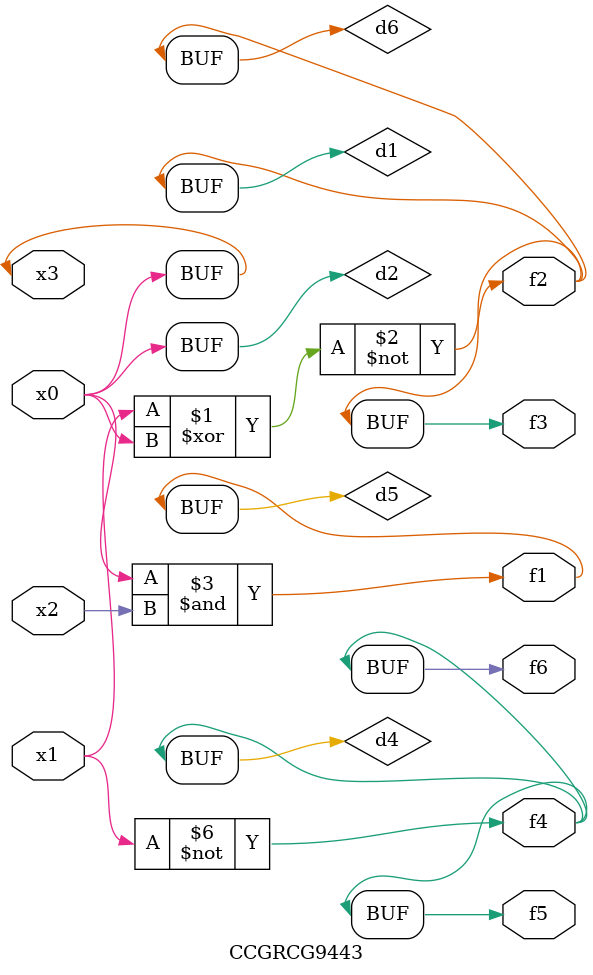
<source format=v>
module CCGRCG9443(
	input x0, x1, x2, x3,
	output f1, f2, f3, f4, f5, f6
);

	wire d1, d2, d3, d4, d5, d6;

	xnor (d1, x1, x3);
	buf (d2, x0, x3);
	nand (d3, x0, x2);
	not (d4, x1);
	nand (d5, d3);
	or (d6, d1);
	assign f1 = d5;
	assign f2 = d6;
	assign f3 = d6;
	assign f4 = d4;
	assign f5 = d4;
	assign f6 = d4;
endmodule

</source>
